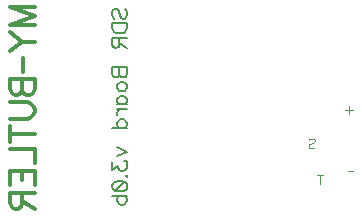
<source format=gbr>
G04 DipTrace 2.4.0.2*
%INBottomSilk.gbr*%
%MOIN*%
%ADD52C,0.0077*%
%ADD53C,0.0124*%
%ADD54C,0.0046*%
%FSLAX44Y44*%
G04*
G70*
G90*
G75*
G01*
%LNBotSilk*%
%LPD*%
X9012Y12738D2*
D53*
X8208D1*
X9012Y13044D1*
X8208Y13350D1*
X9012D1*
X8208Y12491D2*
X8591Y12185D1*
X9012D1*
X8208Y11879D2*
X8591Y12185D1*
X8610Y11632D2*
Y11190D1*
X8208Y10943D2*
X9012D1*
Y10598D1*
X8973Y10483D1*
X8935Y10445D1*
X8859Y10407D1*
X8744D1*
X8667Y10445D1*
X8629Y10483D1*
X8591Y10598D1*
X8552Y10483D1*
X8514Y10445D1*
X8438Y10407D1*
X8361D1*
X8285Y10445D1*
X8246Y10483D1*
X8208Y10598D1*
Y10943D1*
X8591D2*
Y10598D1*
X8208Y10160D2*
X8782D1*
X8897Y10122D1*
X8973Y10045D1*
X9012Y9930D1*
Y9854D1*
X8973Y9739D1*
X8897Y9662D1*
X8782Y9624D1*
X8208D1*
Y9109D2*
X9012D1*
X8208Y9377D2*
Y8841D1*
Y8594D2*
X9012D1*
Y8135D1*
X8208Y7391D2*
Y7888D1*
X9012D1*
Y7391D1*
X8591Y7888D2*
Y7582D1*
Y7144D2*
Y6800D1*
X8552Y6685D1*
X8514Y6646D1*
X8438Y6608D1*
X8361D1*
X8285Y6646D1*
X8246Y6685D1*
X8208Y6800D1*
Y7144D1*
X9012D1*
X8591Y6876D2*
X9012Y6608D1*
X11668Y12953D2*
D52*
X11620Y13000D1*
X11596Y13072D1*
Y13168D1*
X11620Y13239D1*
X11668Y13288D1*
X11716D1*
X11764Y13263D1*
X11787Y13239D1*
X11811Y13192D1*
X11859Y13048D1*
X11883Y13000D1*
X11907Y12976D1*
X11955Y12953D1*
X12027D1*
X12074Y13000D1*
X12099Y13072D1*
Y13168D1*
X12074Y13239D1*
X12027Y13288D1*
X11596Y12798D2*
X12099D1*
Y12631D1*
X12074Y12559D1*
X12027Y12511D1*
X11979Y12487D1*
X11907Y12463D1*
X11787D1*
X11716Y12487D1*
X11668Y12511D1*
X11620Y12559D1*
X11596Y12631D1*
Y12798D1*
X11835Y12309D2*
Y12094D1*
X11811Y12022D1*
X11787Y11998D1*
X11740Y11974D1*
X11692D1*
X11644Y11998D1*
X11620Y12022D1*
X11596Y12094D1*
Y12309D1*
X12099D1*
X11835Y12141D2*
X12099Y11974D1*
X11596Y11334D2*
X12099D1*
Y11118D1*
X12074Y11046D1*
X12050Y11022D1*
X12003Y10999D1*
X11931D1*
X11883Y11022D1*
X11859Y11046D1*
X11835Y11118D1*
X11811Y11046D1*
X11787Y11022D1*
X11740Y10999D1*
X11692D1*
X11644Y11022D1*
X11620Y11046D1*
X11596Y11118D1*
Y11334D1*
X11835D2*
Y11118D1*
X11764Y10725D2*
X11787Y10772D1*
X11835Y10820D1*
X11907Y10844D1*
X11955D1*
X12027Y10820D1*
X12074Y10772D1*
X12099Y10725D1*
Y10653D1*
X12074Y10605D1*
X12027Y10557D1*
X11955Y10533D1*
X11907D1*
X11835Y10557D1*
X11787Y10605D1*
X11764Y10653D1*
Y10725D1*
Y10092D2*
X12099D1*
X11835D2*
X11787Y10139D1*
X11764Y10187D1*
Y10259D1*
X11787Y10307D1*
X11835Y10354D1*
X11907Y10379D1*
X11955D1*
X12027Y10354D1*
X12074Y10307D1*
X12099Y10259D1*
Y10187D1*
X12074Y10139D1*
X12027Y10092D1*
X11764Y9937D2*
X12099D1*
X11907D2*
X11835Y9913D1*
X11787Y9866D1*
X11764Y9818D1*
Y9746D1*
X11596Y9304D2*
X12099D1*
X11835D2*
X11787Y9352D1*
X11764Y9400D1*
Y9472D1*
X11787Y9519D1*
X11835Y9567D1*
X11907Y9591D1*
X11955D1*
X12027Y9567D1*
X12074Y9519D1*
X12099Y9472D1*
Y9400D1*
X12074Y9352D1*
X12027Y9304D1*
X11764Y8664D2*
X12099Y8520D1*
X11764Y8377D1*
X11597Y8175D2*
Y7912D1*
X11788Y8055D1*
Y7983D1*
X11812Y7936D1*
X11835Y7912D1*
X11907Y7888D1*
X11955D1*
X12027Y7912D1*
X12075Y7960D1*
X12099Y8032D1*
Y8103D1*
X12075Y8175D1*
X12050Y8198D1*
X12003Y8223D1*
X12050Y7710D2*
X12075Y7733D1*
X12099Y7710D1*
X12075Y7685D1*
X12050Y7710D1*
X11597Y7387D2*
X11620Y7459D1*
X11692Y7507D1*
X11812Y7531D1*
X11884D1*
X12003Y7507D1*
X12075Y7459D1*
X12099Y7387D1*
Y7340D1*
X12075Y7268D1*
X12003Y7220D1*
X11884Y7196D1*
X11812D1*
X11692Y7220D1*
X11620Y7268D1*
X11597Y7340D1*
Y7387D1*
X11692Y7220D2*
X12003Y7507D1*
X11596Y7042D2*
X12099D1*
X11835D2*
X11787Y6994D1*
X11764Y6946D1*
Y6874D1*
X11787Y6827D1*
X11835Y6779D1*
X11907Y6755D1*
X11955D1*
X12027Y6779D1*
X12074Y6827D1*
X12099Y6874D1*
Y6946D1*
X12074Y6994D1*
X12027Y7042D1*
X19493Y10040D2*
D54*
Y9781D1*
X19622Y9910D2*
X19364D1*
X19610Y7881D2*
X19444D1*
X18515Y7751D2*
Y7450D1*
X18615Y7751D2*
X18414D1*
X18144Y8898D2*
X18173Y8927D1*
X18216Y8941D1*
X18273D1*
X18316Y8927D1*
X18345Y8898D1*
Y8870D1*
X18330Y8841D1*
X18316Y8827D1*
X18288Y8812D1*
X18201Y8784D1*
X18173Y8769D1*
X18158Y8755D1*
X18144Y8726D1*
Y8683D1*
X18173Y8655D1*
X18216Y8640D1*
X18273D1*
X18316Y8655D1*
X18345Y8683D1*
M02*

</source>
